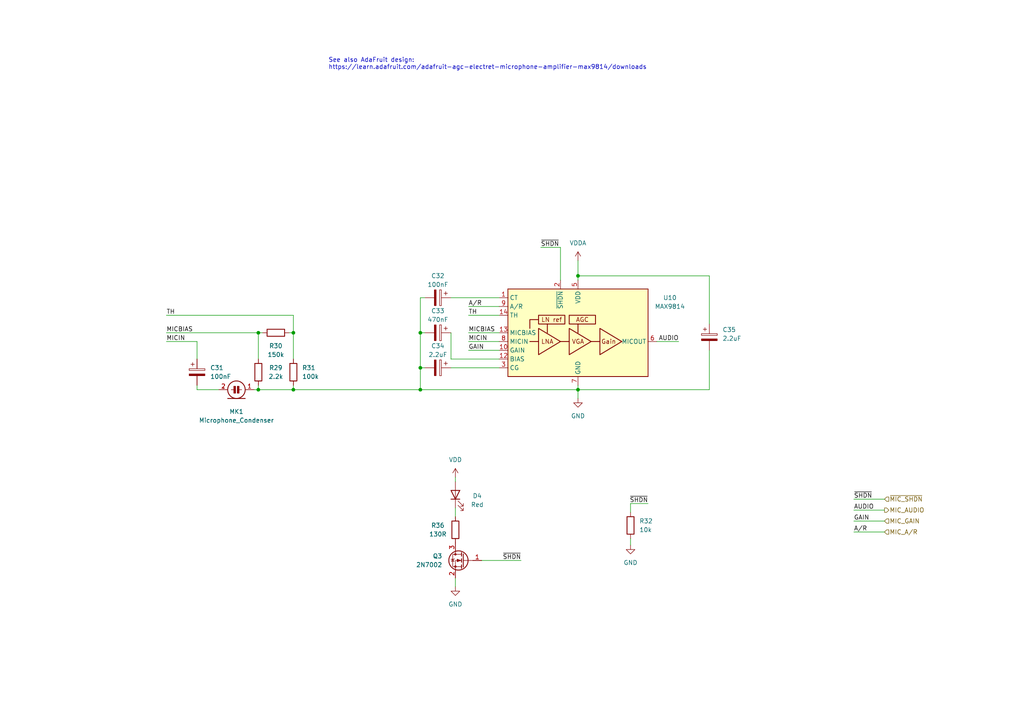
<source format=kicad_sch>
(kicad_sch (version 20230121) (generator eeschema)
  (paper "A4")
  (lib_symbols
    (symbol "Amplifier_Audio:MAX9814"
      (property "Reference" "U" (at -20.32 13.97 0))
      (property "Value" "MAX9814" (at 11.43 13.97 0))
      (symbol "MAX9814_0_0"
        (rectangle (start -11.43 5.08) (end -3.81 2.54) (stroke (width 0.254)))
        (rectangle (start -2.54 5.08) (end 5.08 2.54) (stroke (width 0.254)))
        (polyline (pts (xy -11.43 -2.54) (xy -13.97 -2.54)) (stroke (width 0.254)))
        (polyline (pts (xy -8.89 2.54) (xy -8.89 0)) (stroke (width 0.254)))
        (polyline (pts (xy -2.54 -2.54) (xy -5.08 -2.54)) (stroke (width 0.254)))
        (polyline (pts (xy 0 2.54) (xy 0 0)) (stroke (width 0.254)))
        (polyline (pts (xy 3.81 -2.54) (xy 6.35 -2.54)) (stroke (width 0.254)))
        (polyline (pts (xy -11.43 3.81) (xy -13.97 3.81) (xy -13.97 1.27)) (stroke (width 0.254)))
        (polyline (pts (xy -5.08 -2.54) (xy -11.43 1.27) (xy -11.43 -6.35) (xy -5.08 -2.54)) (stroke (width 0.254)))
        (polyline (pts (xy 3.81 -2.54) (xy -2.54 1.27) (xy -2.54 -6.35) (xy 3.81 -2.54)) (stroke (width 0.254)))
        (polyline (pts (xy 12.7 -2.54) (xy 6.35 1.27) (xy 6.35 -6.35) (xy 12.7 -2.54)) (stroke (width 0.254)))
        (text "AGC" (at 1.27 3.81 0) (effects (font (size 1.27 1.27))))
        (text "Gain" (at 8.89 -2.54 0) (effects (font (size 1.27 1.27))))
        (text "LN ref" (at -7.62 3.81 0) (effects (font (size 1.27 1.27))))
        (text "LNA" (at -8.89 -2.54 0) (effects (font (size 1.27 1.27))))
        (text "VGA" (at 0 -2.54 0) (effects (font (size 1.27 1.27))))
      )
      (symbol "MAX9814_0_1"
        (rectangle (start -20.32 12.7) (end 20.32 -12.7) (stroke (width 0.254)) (fill (type background)))
      )
      (symbol "MAX9814_1_1"
        (pin input line (at -22.86 10.16 0) (length 2.54) (name "CT") (number "1"))
        (pin input line (at -22.86 -5.08 0) (length 2.54) (name "GAIN") (number "10"))
        (pin passive line (at 0 -15.24 90) (length 2.54) hide (name "GND") (number "11"))
        (pin passive line (at -22.86 -7.62 0) (length 2.54) (name "BIAS") (number "12"))
        (pin output line (at -22.86 0 0) (length 2.54) (name "MICBIAS") (number "13"))
        (pin input line (at -22.86 5.08 0) (length 2.54) (name "TH") (number "14"))
        (pin passive line (at 0 -15.24 90) (length 2.54) hide (name "GND") (number "15"))
        (pin input line (at -5.08 15.24 270) (length 2.54) (name "~{SHDN}") (number "2"))
        (pin passive line (at -22.86 -10.16 0) (length 2.54) (name "CG") (number "3"))
        (pin passive line (at 0 -15.24 90) (length 2.54) hide (name "GND") (number "4"))
        (pin power_in line (at 0 15.24 270) (length 2.54) (name "VDD") (number "5"))
        (pin output line (at 22.86 -2.54 180) (length 2.54) (name "MICOUT") (number "6"))
        (pin power_in line (at 0 -15.24 90) (length 2.54) (name "GND") (number "7"))
        (pin input line (at -22.86 -2.54 0) (length 2.54) (name "MICIN") (number "8"))
        (pin input line (at -22.86 7.62 0) (length 2.54) (name "A/R") (number "9"))
      )
    )
    (symbol "Device:C_Polarized" (pin_numbers hide) (pin_names (offset 0.254))
      (property "Reference" "C" (at 0.635 2.54 0))
      (property "Value" "C_Polarized" (at 0.635 -2.54 0))
      (symbol "C_Polarized_0_1"
        (rectangle (start -2.286 0.508) (end 2.286 1.016))
        (polyline (pts (xy -1.778 2.286) (xy -0.762 2.286)))
        (polyline (pts (xy -1.27 2.794) (xy -1.27 1.778)))
        (rectangle (start 2.286 -0.508) (end -2.286 -1.016) (fill (type outline)))
      )
      (symbol "C_Polarized_1_1"
        (pin passive line (at 0 3.81 270) (length 2.794) (name "~") (number "1"))
        (pin passive line (at 0 -3.81 90) (length 2.794) (name "~") (number "2"))
      )
    )
    (symbol "Device:LED" (pin_numbers hide) (pin_names (offset 1.016) hide)
      (property "Reference" "D" (at 0 2.54 0))
      (property "Value" "LED" (at 0 -2.54 0))
      (symbol "LED_0_1"
        (polyline (pts (xy -1.27 -1.27) (xy -1.27 1.27)) (stroke (width 0.254)))
        (polyline (pts (xy -1.27 0) (xy 1.27 0)))
        (polyline (pts (xy 1.27 -1.27) (xy 1.27 1.27) (xy -1.27 0) (xy 1.27 -1.27)) (stroke (width 0.254)))
        (polyline (pts (xy -3.048 -0.762) (xy -4.572 -2.286) (xy -3.81 -2.286) (xy -4.572 -2.286) (xy -4.572 -1.524)))
        (polyline (pts (xy -1.778 -0.762) (xy -3.302 -2.286) (xy -2.54 -2.286) (xy -3.302 -2.286) (xy -3.302 -1.524)))
      )
      (symbol "LED_1_1"
        (pin passive line (at -3.81 0 0) (length 2.54) (name "K") (number "1"))
        (pin passive line (at 3.81 0 180) (length 2.54) (name "A") (number "2"))
      )
    )
    (symbol "Device:Microphone_Condenser" (pin_names (offset 0.0254) hide)
      (property "Reference" "MK" (at -3.302 1.27 0))
      (property "Value" "Microphone_Condenser" (at -3.302 -0.635 0))
      (symbol "Microphone_Condenser_0_1"
        (polyline (pts (xy -2.54 2.54) (xy -2.54 -2.54)) (stroke (width 0.254)))
        (polyline (pts (xy 0 -0.762) (xy 0 -1.524)))
        (polyline (pts (xy 0 0.762) (xy 0 1.524)))
        (polyline (pts (xy 0.254 3.81) (xy 0.762 3.81)))
        (polyline (pts (xy 0.508 4.064) (xy 0.508 3.556)))
        (circle (center 0 0) (radius 2.54) (stroke (width 0.254)))
        (rectangle (start 1.016 -0.254) (end -1.016 -0.762) (fill (type outline)))
        (rectangle (start 1.016 0.762) (end -1.016 0.254) (fill (type outline)))
      )
      (symbol "Microphone_Condenser_1_1"
        (pin passive line (at 0 -5.08 90) (length 2.54) (name "-") (number "1"))
        (pin passive line (at 0 5.08 270) (length 2.54) (name "+") (number "2"))
      )
    )
    (symbol "Device:R" (pin_numbers hide) (pin_names (offset 0))
      (property "Reference" "R" (at 2.032 0 90))
      (property "Value" "R" (at 0 0 90))
      (symbol "R_0_1"
        (rectangle (start -1.016 -2.54) (end 1.016 2.54) (stroke (width 0.254)))
      )
      (symbol "R_1_1"
        (pin passive line (at 0 3.81 270) (length 1.27) (name "~") (number "1"))
        (pin passive line (at 0 -3.81 90) (length 1.27) (name "~") (number "2"))
      )
    )
    (symbol "Transistor_FET:2N7002" (pin_names hide)
      (property "Reference" "Q" (at 5.08 1.905 0))
      (property "Value" "2N7002" (at 5.08 0 0))
      (symbol "2N7002_0_1"
        (polyline (pts (xy 0.254 0) (xy -2.54 0)))
        (polyline (pts (xy 0.254 1.905) (xy 0.254 -1.905)) (stroke (width 0.254)))
        (polyline (pts (xy 0.762 -1.27) (xy 0.762 -2.286)) (stroke (width 0.254)))
        (polyline (pts (xy 0.762 0.508) (xy 0.762 -0.508)) (stroke (width 0.254)))
        (polyline (pts (xy 0.762 2.286) (xy 0.762 1.27)) (stroke (width 0.254)))
        (polyline (pts (xy 2.54 2.54) (xy 2.54 1.778)))
        (polyline (pts (xy 2.54 -2.54) (xy 2.54 0) (xy 0.762 0)))
        (polyline (pts (xy 0.762 -1.778) (xy 3.302 -1.778) (xy 3.302 1.778) (xy 0.762 1.778)))
        (polyline (pts (xy 1.016 0) (xy 2.032 0.381) (xy 2.032 -0.381) (xy 1.016 0)) (fill (type outline)))
        (polyline (pts (xy 2.794 0.508) (xy 2.921 0.381) (xy 3.683 0.381) (xy 3.81 0.254)))
        (polyline (pts (xy 3.302 0.381) (xy 2.921 -0.254) (xy 3.683 -0.254) (xy 3.302 0.381)))
        (circle (center 1.651 0) (radius 2.794) (stroke (width 0.254)))
        (circle (center 2.54 -1.778) (radius 0.254) (fill (type outline)))
        (circle (center 2.54 1.778) (radius 0.254) (fill (type outline)))
      )
      (symbol "2N7002_1_1"
        (pin input line (at -5.08 0 0) (length 2.54) (name "G") (number "1"))
        (pin passive line (at 2.54 -5.08 90) (length 2.54) (name "S") (number "2"))
        (pin passive line (at 2.54 5.08 270) (length 2.54) (name "D") (number "3"))
      )
    )
    (symbol "power:GND" (power) (pin_names (offset 0))
      (property "Value" "GND" (at 0 -3.81 0))
      (symbol "GND_0_1"
        (polyline (pts (xy 0 0) (xy 0 -1.27) (xy 1.27 -1.27) (xy 0 -2.54) (xy -1.27 -1.27) (xy 0 -1.27)))
      )
      (symbol "GND_1_1"
        (pin power_in line (at 0 0 270) (length 0) hide (name "GND") (number "1"))
      )
    )
    (symbol "power:VDD" (power) (pin_names (offset 0))
      (property "Value" "VDD" (at 0 3.81 0))
      (symbol "VDD_0_1"
        (polyline (pts (xy -0.762 1.27) (xy 0 2.54)))
        (polyline (pts (xy 0 0) (xy 0 2.54)))
        (polyline (pts (xy 0 2.54) (xy 0.762 1.27)))
      )
      (symbol "VDD_1_1"
        (pin power_in line (at 0 0 90) (length 0) hide (name "VDD") (number "1"))
      )
    )
    (symbol "power:VDDA" (power) (pin_names (offset 0))
      (property "Value" "VDDA" (at 0 3.81 0))
      (symbol "VDDA_0_1"
        (polyline (pts (xy -0.762 1.27) (xy 0 2.54)))
        (polyline (pts (xy 0 0) (xy 0 2.54)))
        (polyline (pts (xy 0 2.54) (xy 0.762 1.27)))
      )
      (symbol "VDDA_1_1"
        (pin power_in line (at 0 0 90) (length 0) hide (name "VDDA") (number "1"))
      )
    )
  )
  (junction (at 121.92 106.68))
  (junction (at 74.93 113.03))
  (junction (at 85.09 113.03))
  (junction (at 121.92 113.03))
  (junction (at 74.93 96.52))
  (junction (at 121.92 96.52))
  (junction (at 167.64 80.01))
  (junction (at 85.09 96.52))
  (junction (at 167.64 113.03))
  (wire (pts (xy 121.92 113.03) (xy 167.64 113.03)))
  (wire (pts (xy 74.93 111.76) (xy 74.93 113.03)))
  (wire (pts (xy 130.81 104.14) (xy 144.78 104.14)))
  (wire (pts (xy 85.09 113.03) (xy 121.92 113.03)))
  (wire (pts (xy 74.93 96.52) (xy 74.93 104.14)))
  (wire (pts (xy 162.56 71.755) (xy 162.56 81.28)))
  (wire (pts (xy 135.89 99.06) (xy 144.78 99.06)))
  (wire (pts (xy 121.92 86.36) (xy 123.19 86.36)))
  (wire (pts (xy 85.09 104.14) (xy 85.09 96.52)))
  (wire (pts (xy 85.09 111.76) (xy 85.09 113.03)))
  (wire (pts (xy 57.15 99.06) (xy 57.15 104.14)))
  (wire (pts (xy 73.66 113.03) (xy 74.93 113.03)))
  (wire (pts (xy 135.89 96.52) (xy 144.78 96.52)))
  (wire (pts (xy 132.08 138.43) (xy 132.08 139.7)))
  (wire (pts (xy 132.08 167.64) (xy 132.08 170.18)))
  (wire (pts (xy 48.26 99.06) (xy 57.15 99.06)))
  (wire (pts (xy 74.93 96.52) (xy 76.2 96.52)))
  (wire (pts (xy 167.64 113.03) (xy 205.74 113.03)))
  (wire (pts (xy 48.26 96.52) (xy 74.93 96.52)))
  (wire (pts (xy 57.15 113.03) (xy 63.5 113.03)))
  (wire (pts (xy 121.92 106.68) (xy 121.92 113.03)))
  (wire (pts (xy 156.845 71.755) (xy 162.56 71.755)))
  (wire (pts (xy 167.64 80.01) (xy 167.64 81.28)))
  (wire (pts (xy 205.74 80.01) (xy 167.64 80.01)))
  (wire (pts (xy 182.88 156.21) (xy 182.88 158.115)))
  (wire (pts (xy 135.89 101.6) (xy 144.78 101.6)))
  (wire (pts (xy 247.65 144.78) (xy 256.54 144.78)))
  (wire (pts (xy 205.74 80.01) (xy 205.74 93.98)))
  (wire (pts (xy 139.7 162.56) (xy 151.13 162.56)))
  (wire (pts (xy 247.65 147.955) (xy 256.54 147.955)))
  (wire (pts (xy 85.09 96.52) (xy 85.09 91.44)))
  (wire (pts (xy 182.88 146.05) (xy 182.88 148.59)))
  (wire (pts (xy 135.89 91.44) (xy 144.78 91.44)))
  (wire (pts (xy 121.92 106.68) (xy 121.92 96.52)))
  (wire (pts (xy 132.08 147.32) (xy 132.08 149.86)))
  (wire (pts (xy 121.92 96.52) (xy 121.92 86.36)))
  (wire (pts (xy 74.93 113.03) (xy 85.09 113.03)))
  (wire (pts (xy 130.81 86.36) (xy 144.78 86.36)))
  (wire (pts (xy 130.81 96.52) (xy 130.81 104.14)))
  (wire (pts (xy 121.92 106.68) (xy 123.19 106.68)))
  (wire (pts (xy 135.89 88.9) (xy 144.78 88.9)))
  (wire (pts (xy 167.64 75.565) (xy 167.64 80.01)))
  (wire (pts (xy 57.15 111.76) (xy 57.15 113.03)))
  (wire (pts (xy 247.65 151.13) (xy 256.54 151.13)))
  (wire (pts (xy 247.65 154.305) (xy 256.54 154.305)))
  (wire (pts (xy 167.64 113.03) (xy 167.64 115.57)))
  (wire (pts (xy 130.81 106.68) (xy 144.78 106.68)))
  (wire (pts (xy 83.82 96.52) (xy 85.09 96.52)))
  (wire (pts (xy 205.74 101.6) (xy 205.74 113.03)))
  (wire (pts (xy 190.5 99.06) (xy 196.85 99.06)))
  (wire (pts (xy 187.96 146.05) (xy 182.88 146.05)))
  (wire (pts (xy 85.09 91.44) (xy 48.26 91.44)))
  (wire (pts (xy 167.64 113.03) (xy 167.64 111.76)))
  (wire (pts (xy 121.92 96.52) (xy 123.19 96.52)))
  (text "See also AdaFruit design:\nhttps://learn.adafruit.com/adafruit-agc-electret-microphone-amplifier-max9814/downloads" (at 95.25 20.32 0) (effects (font (size 1.27 1.27)) (justify left bottom)))
  (label "MICBIAS" (at 48.26 96.52 0))
  (label "~{SHDN}" (at 156.845 71.755 0))
  (label "MICIN" (at 48.26 99.06 0))
  (label "AUDIO" (at 247.65 147.955 0))
  (label "A{slash}R" (at 135.89 88.9 0))
  (label "MICBIAS" (at 135.89 96.52 0))
  (label "~{SHDN}" (at 247.65 144.78 0))
  (label "~{SHDN}" (at 151.13 162.56 180))
  (label "AUDIO" (at 196.85 99.06 180))
  (label "GAIN" (at 135.89 101.6 0))
  (label "GAIN" (at 247.65 151.13 0))
  (label "~{SHDN}" (at 187.96 146.05 180))
  (label "MICIN" (at 135.89 99.06 0))
  (label "A{slash}R" (at 247.65 154.305 0))
  (label "TH" (at 48.26 91.44 0))
  (label "TH" (at 135.89 91.44 0))
  (hierarchical_label "MIC_GAIN" (shape input) (at 256.54 151.13 0))
  (hierarchical_label "MIC_AUDIO" (shape output) (at 256.54 147.955 0))
  (hierarchical_label "~{MIC_SHDN}" (shape input) (at 256.54 144.78 0))
  (hierarchical_label "MIC_A{slash}R" (shape input) (at 256.54 154.305 0))
  (symbol (lib_id "power:VDDA") (at 167.64 75.565 0) (unit 1)
    (property "Reference" "#PWR048" (effects hide))
    (property "Value" "VDDA" (at 167.64 70.485 0))
  )
  (symbol (lib_id "Device:C_Polarized") (at 127 96.52 270) (unit 1)
    (property "Reference" "C33" (at 127 90.17 90))
    (property "Value" "470nF" (at 127 92.71 90))
    (property "Footprint" "Capacitor_SMD:C_0603_1608Metric" (effects hide))
  )
  (symbol (lib_id "Transistor_FET:2N7002") (at 134.62 162.56 0) (mirror y) (unit 1)
    (property "Reference" "Q3" (at 128.27 161.29 0) (effects (justify left)))
    (property "Value" "2N7002" (at 128.27 163.83 0) (effects (justify left)))
    (property "Footprint" "Package_TO_SOT_SMD:SOT-23" (effects hide))
    (property "Datasheet" "https://www.onsemi.com/pub/Collateral/NDS7002A-D.PDF" (effects hide))
  )
  (symbol (lib_id "Device:LED") (at 132.08 143.51 90) (unit 1)
    (property "Reference" "D4" (at 138.43 143.8275 90))
    (property "Value" "Red" (at 138.43 146.3675 90))
    (property "Footprint" "LED_SMD:LED_0603_1608Metric" (effects hide))
  )
  (symbol (lib_id "Device:R") (at 80.01 96.52 270) (unit 1)
    (property "Reference" "R30" (at 80.01 100.33 90))
    (property "Value" "150k" (at 80.01 102.87 90))
    (property "Footprint" "Resistor_SMD:R_0603_1608Metric" (effects hide))
  )
  (symbol (lib_id "Device:C_Polarized") (at 127 106.68 270) (unit 1)
    (property "Reference" "C34" (at 127 100.33 90))
    (property "Value" "2.2uF" (at 127 102.87 90))
    (property "Footprint" "Capacitor_SMD:C_0603_1608Metric" (effects hide))
  )
  (symbol (lib_id "power:VDD") (at 132.08 138.43 0) (unit 1)
    (property "Reference" "#PWR055" (effects hide))
    (property "Value" "VDD" (at 132.08 133.35 0))
  )
  (symbol (lib_id "power:GND") (at 167.64 115.57 0) (unit 1)
    (property "Reference" "#PWR049" (effects hide))
    (property "Value" "GND" (at 167.64 120.65 0))
  )
  (symbol (lib_id "Device:C_Polarized") (at 127 86.36 270) (unit 1)
    (property "Reference" "C32" (at 127 80.01 90))
    (property "Value" "100nF" (at 127 82.55 90))
    (property "Footprint" "Capacitor_SMD:C_0603_1608Metric" (effects hide))
  )
  (symbol (lib_id "Device:R") (at 182.88 152.4 0) (unit 1)
    (property "Reference" "R32" (at 185.42 151.13 0) (effects (justify left)))
    (property "Value" "10k" (at 185.42 153.67 0) (effects (justify left)))
    (property "Footprint" "Resistor_SMD:R_0603_1608Metric" (effects hide))
  )
  (symbol (lib_id "power:GND") (at 132.08 170.18 0) (unit 1)
    (property "Reference" "#PWR056" (effects hide))
    (property "Value" "GND" (at 132.08 175.26 0))
  )
  (symbol (lib_id "Device:R") (at 85.09 107.95 0) (unit 1)
    (property "Reference" "R31" (at 87.63 106.68 0) (effects (justify left)))
    (property "Value" "100k" (at 87.63 109.22 0) (effects (justify left)))
    (property "Footprint" "Resistor_SMD:R_0603_1608Metric" (effects hide))
  )
  (symbol (lib_id "Device:R") (at 132.08 153.67 0) (unit 1)
    (property "Reference" "R36" (at 127 152.4 0))
    (property "Value" "130R" (at 127 154.94 0))
    (property "Footprint" "Resistor_SMD:R_0603_1608Metric" (effects hide))
  )
  (symbol (lib_id "Device:Microphone_Condenser") (at 68.58 113.03 90) (unit 1)
    (property "Reference" "MK1" (at 68.58 119.38 90))
    (property "Value" "Microphone_Condenser" (at 68.58 121.92 90))
    (property "Footprint" "MYBSP01201ABF_MYBSP00502ABF:CMA-4544PF-W" (effects hide))
  )
  (symbol (lib_id "Device:R") (at 74.93 107.95 0) (unit 1)
    (property "Reference" "R29" (at 80.01 106.68 0))
    (property "Value" "2.2k" (at 80.01 109.22 0))
    (property "Footprint" "Resistor_SMD:R_0603_1608Metric" (effects hide))
  )
  (symbol (lib_id "power:GND") (at 182.88 158.115 0) (unit 1)
    (property "Reference" "#PWR050" (effects hide))
    (property "Value" "GND" (at 182.88 163.195 0))
  )
  (symbol (lib_id "Amplifier_Audio:MAX9814") (at 167.64 96.52 0) (unit 1)
    (property "Reference" "U10" (at 194.31 86.36 0))
    (property "Value" "MAX9814" (at 194.31 88.9 0))
    (property "Footprint" "Package_DFN_QFN:DFN-14-1EP_3x3mm_P0.4mm_EP1.78x2.35mm" (effects hide))
    (property "Datasheet" "https://datasheets.maximintegrated.com/en/ds/MAX9814.pdf" (effects hide))
  )
  (symbol (lib_id "Device:C_Polarized") (at 205.74 97.79 0) (unit 1)
    (property "Reference" "C35" (at 209.55 95.631 0) (effects (justify left)))
    (property "Value" "2.2uF" (at 209.55 98.171 0) (effects (justify left)))
    (property "Footprint" "LED_SMD:LED_0603_1608Metric" (effects hide))
  )
  (symbol (lib_id "Device:C_Polarized") (at 57.15 107.95 0) (unit 1)
    (property "Reference" "C31" (at 60.96 106.68 0) (effects (justify left)))
    (property "Value" "100nF" (at 60.96 109.22 0) (effects (justify left)))
    (property "Footprint" "Capacitor_SMD:C_0603_1608Metric" (effects hide))
  )
)
</source>
